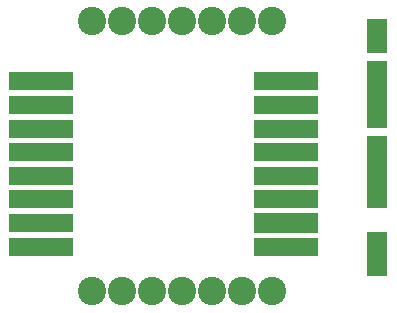
<source format=gts>
G04 #@! TF.FileFunction,Soldermask,Top*
%FSLAX46Y46*%
G04 Gerber Fmt 4.6, Leading zero omitted, Abs format (unit mm)*
G04 Created by KiCad (PCBNEW 4.0.2-1.fc23-product) date Sun May  8 18:35:26 2016*
%MOMM*%
G01*
G04 APERTURE LIST*
%ADD10C,0.100000*%
%ADD11C,2.400000*%
%ADD12R,5.400000X1.600000*%
%ADD13R,5.400000X1.800000*%
%ADD14R,1.800000X2.900000*%
%ADD15R,1.800000X3.700000*%
G04 APERTURE END LIST*
D10*
D11*
X151130000Y-102870000D03*
X148590000Y-102870000D03*
X146050000Y-102870000D03*
X143510000Y-102870000D03*
X140970000Y-102870000D03*
X138430000Y-102870000D03*
X135890000Y-102870000D03*
X135890000Y-125730000D03*
X138430000Y-125730000D03*
X140970000Y-125730000D03*
X143510000Y-125730000D03*
X146050000Y-125730000D03*
X148590000Y-125730000D03*
X151130000Y-125730000D03*
D12*
X131580000Y-107950000D03*
X131580000Y-109950000D03*
X131580000Y-111950000D03*
X131580000Y-113950000D03*
X131580000Y-115950000D03*
X131580000Y-117950000D03*
X131580000Y-119950000D03*
X131580000Y-121950000D03*
X152280000Y-121950000D03*
D13*
X152280000Y-119950000D03*
D12*
X152280000Y-117950000D03*
X152280000Y-115950000D03*
X152280000Y-113950000D03*
X152280000Y-111950000D03*
X152280000Y-109950000D03*
X152280000Y-107950000D03*
D14*
X160020000Y-104140000D03*
X160020000Y-107640000D03*
D15*
X160020000Y-116840000D03*
X160020000Y-122540000D03*
D14*
X160020000Y-110490000D03*
X160020000Y-113990000D03*
M02*

</source>
